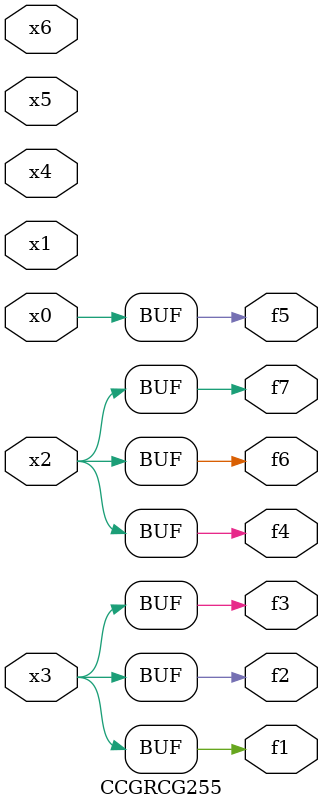
<source format=v>
module CCGRCG255(
	input x0, x1, x2, x3, x4, x5, x6,
	output f1, f2, f3, f4, f5, f6, f7
);
	assign f1 = x3;
	assign f2 = x3;
	assign f3 = x3;
	assign f4 = x2;
	assign f5 = x0;
	assign f6 = x2;
	assign f7 = x2;
endmodule

</source>
